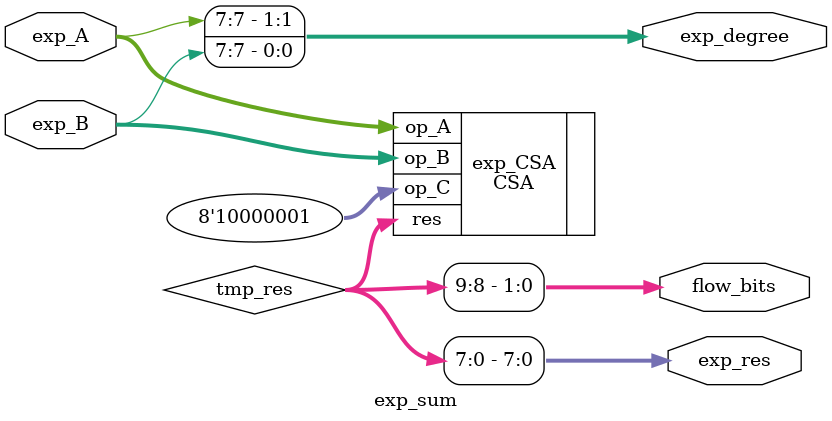
<source format=v>
module exp_sum
(
        input  wire [7:0] exp_A, 
        input  wire [7:0] exp_B,
        output wire [7:0] exp_res,
        output wire [1:0] flow_bits,
        output wire [1:0] exp_degree
);


wire [9:0] tmp_res;


CSA
#(
        .DATA_W(8)
) exp_CSA
(
        .op_A(exp_A),
        .op_B(exp_B),
        .op_C(8'b10000001),  //127
        .res(tmp_res)
);

assign flow_bits  = tmp_res[9:8];
assign exp_res    = tmp_res[7:0];
assign exp_degree = {exp_A[7], exp_B[7]};

endmodule
</source>
